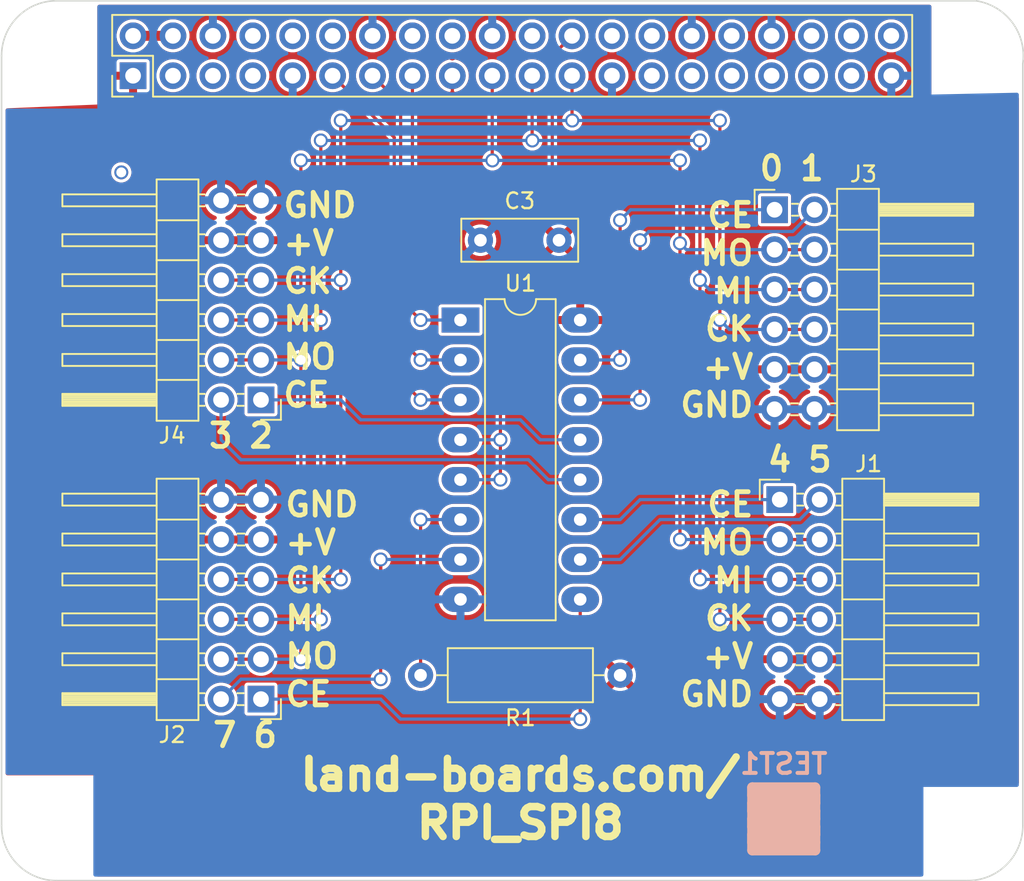
<source format=kicad_pcb>
(kicad_pcb (version 20171130) (host pcbnew "(5.1.5)-3")
  (title_block (title RPI-SPI8) (date 2021-06-18) (rev 2) (company land-boards.com))
  (layers (0 F.Cu signal) (31 B.Cu signal) (36 B.SilkS user) (37 F.SilkS user) (38 B.Mask user) (39 F.Mask user) (44 Edge.Cuts user))
  (net 0 "")
  (net 1 GND)
  (net 2 +5V)
  (net 3 +3V3)
  (net 4 /SPICE0)
  (net 5 /SPISCK)
  (net 6 /SPIMISO)
  (net 7 /SPIMOSI)
  (net 8 /IO_22)
  (net 9 /IO_27)
  (net 10 /IO_17)
  (net 11 /SPICE0G)
  (net 12 /SPICE0F)
  (net 13 /SPICE0E)
  (net 14 /SPICE0D)
  (net 15 /SPICE0C)
  (net 16 /SPICE0B)
  (net 17 /SPICE0H)
  (net 18 /SPICE0A)
  (net 19 "Net-(R1-Pad2)")
  (module Connector_PinHeader_2.54mm:PinHeader_2x06_P2.54mm_Horizontal (layer F.Cu) (at 16.51 44.45 180)
    (fp_text reference J2 (at 5.655 -2.27) (layer F.SilkS))
    (fp_text value Conn_02x06_Odd_Even)
    (fp_line (start -1.27 -1.27) (end 0 -1.27) (layer F.SilkS) (width 0.12))
    (fp_line (start -1.27 0) (end -1.27 -1.27) (layer F.SilkS) (width 0.12))
    (fp_line (start 1.042929 13.08) (end 1.497071 13.08) (layer F.SilkS) (width 0.12))
    (fp_line (start 1.042929 12.32) (end 1.497071 12.32) (layer F.SilkS) (width 0.12))
    (fp_line (start 3.582929 13.08) (end 3.98 13.08) (layer F.SilkS) (width 0.12))
    (fp_line (start 3.582929 12.32) (end 3.98 12.32) (layer F.SilkS) (width 0.12))
    (fp_line (start 12.64 13.08) (end 6.64 13.08) (layer F.SilkS) (width 0.12))
    (fp_line (start 12.64 12.32) (end 12.64 13.08) (layer F.SilkS) (width 0.12))
    (fp_line (start 6.64 12.32) (end 12.64 12.32) (layer F.SilkS) (width 0.12))
    (fp_line (start 3.98 11.43) (end 6.64 11.43) (layer F.SilkS) (width 0.12))
    (fp_line (start 1.042929 10.54) (end 1.497071 10.54) (layer F.SilkS) (width 0.12))
    (fp_line (start 1.042929 9.78) (end 1.497071 9.78) (layer F.SilkS) (width 0.12))
    (fp_line (start 3.582929 10.54) (end 3.98 10.54) (layer F.SilkS) (width 0.12))
    (fp_line (start 3.582929 9.78) (end 3.98 9.78) (layer F.SilkS) (width 0.12))
    (fp_line (start 12.64 10.54) (end 6.64 10.54) (layer F.SilkS) (width 0.12))
    (fp_line (start 12.64 9.78) (end 12.64 10.54) (layer F.SilkS) (width 0.12))
    (fp_line (start 6.64 9.78) (end 12.64 9.78) (layer F.SilkS) (width 0.12))
    (fp_line (start 3.98 8.89) (end 6.64 8.89) (layer F.SilkS) (width 0.12))
    (fp_line (start 1.042929 8) (end 1.497071 8) (layer F.SilkS) (width 0.12))
    (fp_line (start 1.042929 7.24) (end 1.497071 7.24) (layer F.SilkS) (width 0.12))
    (fp_line (start 3.582929 8) (end 3.98 8) (layer F.SilkS) (width 0.12))
    (fp_line (start 3.582929 7.24) (end 3.98 7.24) (layer F.SilkS) (width 0.12))
    (fp_line (start 12.64 8) (end 6.64 8) (layer F.SilkS) (width 0.12))
    (fp_line (start 12.64 7.24) (end 12.64 8) (layer F.SilkS) (width 0.12))
    (fp_line (start 6.64 7.24) (end 12.64 7.24) (layer F.SilkS) (width 0.12))
    (fp_line (start 3.98 6.35) (end 6.64 6.35) (layer F.SilkS) (width 0.12))
    (fp_line (start 1.042929 5.46) (end 1.497071 5.46) (layer F.SilkS) (width 0.12))
    (fp_line (start 1.042929 4.7) (end 1.497071 4.7) (layer F.SilkS) (width 0.12))
    (fp_line (start 3.582929 5.46) (end 3.98 5.46) (layer F.SilkS) (width 0.12))
    (fp_line (start 3.582929 4.7) (end 3.98 4.7) (layer F.SilkS) (width 0.12))
    (fp_line (start 12.64 5.46) (end 6.64 5.46) (layer F.SilkS) (width 0.12))
    (fp_line (start 12.64 4.7) (end 12.64 5.46) (layer F.SilkS) (width 0.12))
    (fp_line (start 6.64 4.7) (end 12.64 4.7) (layer F.SilkS) (width 0.12))
    (fp_line (start 3.98 3.81) (end 6.64 3.81) (layer F.SilkS) (width 0.12))
    (fp_line (start 1.042929 2.92) (end 1.497071 2.92) (layer F.SilkS) (width 0.12))
    (fp_line (start 1.042929 2.16) (end 1.497071 2.16) (layer F.SilkS) (width 0.12))
    (fp_line (start 3.582929 2.92) (end 3.98 2.92) (layer F.SilkS) (width 0.12))
    (fp_line (start 3.582929 2.16) (end 3.98 2.16) (layer F.SilkS) (width 0.12))
    (fp_line (start 12.64 2.92) (end 6.64 2.92) (layer F.SilkS) (width 0.12))
    (fp_line (start 12.64 2.16) (end 12.64 2.92) (layer F.SilkS) (width 0.12))
    (fp_line (start 6.64 2.16) (end 12.64 2.16) (layer F.SilkS) (width 0.12))
    (fp_line (start 3.98 1.27) (end 6.64 1.27) (layer F.SilkS) (width 0.12))
    (fp_line (start 1.11 0.38) (end 1.497071 0.38) (layer F.SilkS) (width 0.12))
    (fp_line (start 1.11 -0.38) (end 1.497071 -0.38) (layer F.SilkS) (width 0.12))
    (fp_line (start 3.582929 0.38) (end 3.98 0.38) (layer F.SilkS) (width 0.12))
    (fp_line (start 3.582929 -0.38) (end 3.98 -0.38) (layer F.SilkS) (width 0.12))
    (fp_line (start 6.64 0.28) (end 12.64 0.28) (layer F.SilkS) (width 0.12))
    (fp_line (start 6.64 0.16) (end 12.64 0.16) (layer F.SilkS) (width 0.12))
    (fp_line (start 6.64 0.04) (end 12.64 0.04) (layer F.SilkS) (width 0.12))
    (fp_line (start 6.64 -0.08) (end 12.64 -0.08) (layer F.SilkS) (width 0.12))
    (fp_line (start 6.64 -0.2) (end 12.64 -0.2) (layer F.SilkS) (width 0.12))
    (fp_line (start 6.64 -0.32) (end 12.64 -0.32) (layer F.SilkS) (width 0.12))
    (fp_line (start 12.64 0.38) (end 6.64 0.38) (layer F.SilkS) (width 0.12))
    (fp_line (start 12.64 -0.38) (end 12.64 0.38) (layer F.SilkS) (width 0.12))
    (fp_line (start 6.64 -0.38) (end 12.64 -0.38) (layer F.SilkS) (width 0.12))
    (fp_line (start 6.64 -1.33) (end 3.98 -1.33) (layer F.SilkS) (width 0.12))
    (fp_line (start 6.64 14.03) (end 6.64 -1.33) (layer F.SilkS) (width 0.12))
    (fp_line (start 3.98 14.03) (end 6.64 14.03) (layer F.SilkS) (width 0.12))
    (fp_line (start 3.98 -1.33) (end 3.98 14.03) (layer F.SilkS) (width 0.12))
    (pad 12 thru_hole oval (at 2.54 12.7 180) (size 1.7 1.7) (drill 1) (layers *.Cu *.Mask) (net 1 GND))
    (pad 11 thru_hole oval (at 0 12.7 180) (size 1.7 1.7) (drill 1) (layers *.Cu *.Mask) (net 1 GND))
    (pad 10 thru_hole oval (at 2.54 10.16 180) (size 1.7 1.7) (drill 1) (layers *.Cu *.Mask) (net 3 +3V3))
    (pad 9 thru_hole oval (at 0 10.16 180) (size 1.7 1.7) (drill 1) (layers *.Cu *.Mask) (net 3 +3V3))
    (pad 8 thru_hole oval (at 2.54 7.62 180) (size 1.7 1.7) (drill 1) (layers *.Cu *.Mask) (net 5 /SPISCK))
    (pad 7 thru_hole oval (at 0 7.62 180) (size 1.7 1.7) (drill 1) (layers *.Cu *.Mask) (net 5 /SPISCK))
    (pad 6 thru_hole oval (at 2.54 5.08 180) (size 1.7 1.7) (drill 1) (layers *.Cu *.Mask) (net 6 /SPIMISO))
    (pad 5 thru_hole oval (at 0 5.08 180) (size 1.7 1.7) (drill 1) (layers *.Cu *.Mask) (net 6 /SPIMISO))
    (pad 4 thru_hole oval (at 2.54 2.54 180) (size 1.7 1.7) (drill 1) (layers *.Cu *.Mask) (net 7 /SPIMOSI))
    (pad 3 thru_hole oval (at 0 2.54 180) (size 1.7 1.7) (drill 1) (layers *.Cu *.Mask) (net 7 /SPIMOSI))
    (pad 2 thru_hole oval (at 2.54 0 180) (size 1.7 1.7) (drill 1) (layers *.Cu *.Mask) (net 17 /SPICE0H))
    (pad 1 thru_hole rect (at 0 0 180) (size 1.7 1.7) (drill 1) (layers *.Cu *.Mask) (net 11 /SPICE0G))
  )
  (module Connector_PinHeader_2.54mm:PinHeader_2x20_P2.54mm_Vertical (layer F.Cu) (at 8.37 4.77 90)
    (fp_text reference H1 hide)
    (fp_text value RASPIOPLUS)
    (fp_line (start -1.33 -1.33) (end 0 -1.33) (layer F.SilkS) (width 0.12))
    (fp_line (start -1.33 0) (end -1.33 -1.33) (layer F.SilkS) (width 0.12))
    (fp_line (start 1.27 -1.33) (end 3.87 -1.33) (layer F.SilkS) (width 0.12))
    (fp_line (start 1.27 1.27) (end 1.27 -1.33) (layer F.SilkS) (width 0.12))
    (fp_line (start -1.33 1.27) (end 1.27 1.27) (layer F.SilkS) (width 0.12))
    (fp_line (start 3.87 -1.33) (end 3.87 49.59) (layer F.SilkS) (width 0.12))
    (fp_line (start -1.33 1.27) (end -1.33 49.59) (layer F.SilkS) (width 0.12))
    (fp_line (start -1.33 49.59) (end 3.87 49.59) (layer F.SilkS) (width 0.12))
    (pad 40 thru_hole oval (at 2.54 48.26 90) (size 1.7 1.7) (drill 1) (layers *.Cu *.Mask))
    (pad 39 thru_hole oval (at 0 48.26 90) (size 1.7 1.7) (drill 1) (layers *.Cu *.Mask) (net 1 GND))
    (pad 38 thru_hole oval (at 2.54 45.72 90) (size 1.7 1.7) (drill 1) (layers *.Cu *.Mask))
    (pad 37 thru_hole oval (at 0 45.72 90) (size 1.7 1.7) (drill 1) (layers *.Cu *.Mask))
    (pad 36 thru_hole oval (at 2.54 43.18 90) (size 1.7 1.7) (drill 1) (layers *.Cu *.Mask))
    (pad 35 thru_hole oval (at 0 43.18 90) (size 1.7 1.7) (drill 1) (layers *.Cu *.Mask))
    (pad 34 thru_hole oval (at 2.54 40.64 90) (size 1.7 1.7) (drill 1) (layers *.Cu *.Mask) (net 1 GND))
    (pad 33 thru_hole oval (at 0 40.64 90) (size 1.7 1.7) (drill 1) (layers *.Cu *.Mask))
    (pad 32 thru_hole oval (at 2.54 38.1 90) (size 1.7 1.7) (drill 1) (layers *.Cu *.Mask))
    (pad 31 thru_hole oval (at 0 38.1 90) (size 1.7 1.7) (drill 1) (layers *.Cu *.Mask))
    (pad 30 thru_hole oval (at 2.54 35.56 90) (size 1.7 1.7) (drill 1) (layers *.Cu *.Mask) (net 1 GND))
    (pad 29 thru_hole oval (at 0 35.56 90) (size 1.7 1.7) (drill 1) (layers *.Cu *.Mask))
    (pad 28 thru_hole oval (at 2.54 33.02 90) (size 1.7 1.7) (drill 1) (layers *.Cu *.Mask))
    (pad 27 thru_hole oval (at 0 33.02 90) (size 1.7 1.7) (drill 1) (layers *.Cu *.Mask))
    (pad 26 thru_hole oval (at 2.54 30.48 90) (size 1.7 1.7) (drill 1) (layers *.Cu *.Mask))
    (pad 25 thru_hole oval (at 0 30.48 90) (size 1.7 1.7) (drill 1) (layers *.Cu *.Mask) (net 1 GND))
    (pad 24 thru_hole oval (at 2.54 27.94 90) (size 1.7 1.7) (drill 1) (layers *.Cu *.Mask) (net 4 /SPICE0))
    (pad 23 thru_hole oval (at 0 27.94 90) (size 1.7 1.7) (drill 1) (layers *.Cu *.Mask) (net 5 /SPISCK))
    (pad 22 thru_hole oval (at 2.54 25.4 90) (size 1.7 1.7) (drill 1) (layers *.Cu *.Mask))
    (pad 21 thru_hole oval (at 0 25.4 90) (size 1.7 1.7) (drill 1) (layers *.Cu *.Mask) (net 6 /SPIMISO))
    (pad 20 thru_hole oval (at 2.54 22.86 90) (size 1.7 1.7) (drill 1) (layers *.Cu *.Mask) (net 1 GND))
    (pad 19 thru_hole oval (at 0 22.86 90) (size 1.7 1.7) (drill 1) (layers *.Cu *.Mask) (net 7 /SPIMOSI))
    (pad 18 thru_hole oval (at 2.54 20.32 90) (size 1.7 1.7) (drill 1) (layers *.Cu *.Mask))
    (pad 17 thru_hole oval (at 0 20.32 90) (size 1.7 1.7) (drill 1) (layers *.Cu *.Mask) (net 3 +3V3) (thermal_gap 0.2032))
    (pad 16 thru_hole oval (at 2.54 17.78 90) (size 1.7 1.7) (drill 1) (layers *.Cu *.Mask))
    (pad 15 thru_hole oval (at 0 17.78 90) (size 1.7 1.7) (drill 1) (layers *.Cu *.Mask) (net 8 /IO_22))
    (pad 14 thru_hole oval (at 2.54 15.24 90) (size 1.7 1.7) (drill 1) (layers *.Cu *.Mask) (net 1 GND))
    (pad 13 thru_hole oval (at 0 15.24 90) (size 1.7 1.7) (drill 1) (layers *.Cu *.Mask) (net 9 /IO_27))
    (pad 12 thru_hole oval (at 2.54 12.7 90) (size 1.7 1.7) (drill 1) (layers *.Cu *.Mask))
    (pad 11 thru_hole oval (at 0 12.7 90) (size 1.7 1.7) (drill 1) (layers *.Cu *.Mask) (net 10 /IO_17))
    (pad 10 thru_hole oval (at 2.54 10.16 90) (size 1.7 1.7) (drill 1) (layers *.Cu *.Mask))
    (pad 9 thru_hole oval (at 0 10.16 90) (size 1.7 1.7) (drill 1) (layers *.Cu *.Mask) (net 1 GND))
    (pad 8 thru_hole oval (at 2.54 7.62 90) (size 1.7 1.7) (drill 1) (layers *.Cu *.Mask))
    (pad 7 thru_hole oval (at 0 7.62 90) (size 1.7 1.7) (drill 1) (layers *.Cu *.Mask))
    (pad 6 thru_hole oval (at 2.54 5.08 90) (size 1.7 1.7) (drill 1) (layers *.Cu *.Mask) (net 1 GND))
    (pad 5 thru_hole oval (at 0 5.08 90) (size 1.7 1.7) (drill 1) (layers *.Cu *.Mask))
    (pad 4 thru_hole oval (at 2.54 2.54 90) (size 1.7 1.7) (drill 1) (layers *.Cu *.Mask) (net 2 +5V))
    (pad 3 thru_hole oval (at 0 2.54 90) (size 1.7 1.7) (drill 1) (layers *.Cu *.Mask))
    (pad 2 thru_hole oval (at 2.54 0 90) (size 1.7 1.7) (drill 1) (layers *.Cu *.Mask) (net 2 +5V))
    (pad 1 thru_hole rect (at 0 0 90) (size 1.7 1.7) (drill 1) (layers *.Cu *.Mask) (net 3 +3V3))
  )
  (module MountingHole:MountingHole_2.7mm (layer F.Cu) (at 3.5 3.5)
    (fp_text reference MTG1 hide)
    (fp_text value CONN_1)
    (pad 1 np_thru_hole circle (at 0 0) (size 2.7 2.7) (drill 2.7) (layers *.Cu *.Mask))
  )
  (module MountingHole:MountingHole_2.7mm (layer F.Cu) (at 61.5 3.5)
    (fp_text reference MTG2 hide)
    (fp_text value CONN_1)
    (pad 1 np_thru_hole circle (at 0 0) (size 2.7 2.7) (drill 2.7) (layers *.Cu *.Mask))
  )
  (module MountingHole:MountingHole_2.7mm (layer F.Cu) (at 3.5 52.5)
    (fp_text reference MTG3 hide)
    (fp_text value CONN_1)
    (pad 1 np_thru_hole circle (at 0 0) (size 2.7 2.7) (drill 2.7) (layers *.Cu *.Mask))
  )
  (module MountingHole:MountingHole_2.7mm (layer F.Cu) (at 61.5 52.5)
    (fp_text reference MTG4 hide)
    (fp_text value CONN_1)
    (pad 1 np_thru_hole circle (at 0 0) (size 2.7 2.7) (drill 2.7) (layers *.Cu *.Mask))
  )
  (module LandBoards_Marking:TEST_BLK-REAR (layer F.Cu) (at 49.784 52.07)
    (fp_text reference TEST1 (at 0 -3.5) (layer B.SilkS) (effects (font (size 1.27 1.27) (thickness 0.254)) (justify mirror)))
    (fp_text value COUPON hide)
    (fp_line (start -2 -2) (end 2 -2) (layer B.SilkS) (width 0.65))
    (fp_line (start 2 -2) (end 2 2) (layer B.SilkS) (width 0.65))
    (fp_line (start 2 2) (end -2 2) (layer B.SilkS) (width 0.65))
    (fp_line (start -2 2) (end -2 -2) (layer B.SilkS) (width 0.65))
    (fp_line (start -2 -2) (end -2 -1.5) (layer B.SilkS) (width 0.65))
    (fp_line (start -2 -1.5) (end 2 -1.5) (layer B.SilkS) (width 0.65))
    (fp_line (start 2 -1.5) (end 2 -1) (layer B.SilkS) (width 0.65))
    (fp_line (start 2 -1) (end -2 -1) (layer B.SilkS) (width 0.65))
    (fp_line (start -2 -1) (end -2 -0.5) (layer B.SilkS) (width 0.65))
    (fp_line (start -2 -0.5) (end 2 -0.5) (layer B.SilkS) (width 0.65))
    (fp_line (start 2 -0.5) (end 2 0) (layer B.SilkS) (width 0.65))
    (fp_line (start 2 0) (end -2 0) (layer B.SilkS) (width 0.65))
    (fp_line (start -2 0) (end -2 0.5) (layer B.SilkS) (width 0.65))
    (fp_line (start -2 0.5) (end 1.5 0.5) (layer B.SilkS) (width 0.65))
    (fp_line (start 1.5 0.5) (end 2 0.5) (layer B.SilkS) (width 0.65))
    (fp_line (start 2 0.5) (end 2 1) (layer B.SilkS) (width 0.65))
    (fp_line (start 2 1) (end -2 1) (layer B.SilkS) (width 0.65))
    (fp_line (start -2 1) (end -2 1.5) (layer B.SilkS) (width 0.65))
    (fp_line (start -2 1.5) (end 2 1.5) (layer B.SilkS) (width 0.65))
  )
  (module Connector_PinHeader_2.54mm:PinHeader_2x06_P2.54mm_Horizontal (layer F.Cu) (at 49.53 31.75)
    (fp_text reference J1 (at 5.655 -2.27) (layer F.SilkS))
    (fp_text value Conn_02x06_Odd_Even)
    (fp_line (start 3.98 -1.33) (end 3.98 14.03) (layer F.SilkS) (width 0.12))
    (fp_line (start 3.98 14.03) (end 6.64 14.03) (layer F.SilkS) (width 0.12))
    (fp_line (start 6.64 14.03) (end 6.64 -1.33) (layer F.SilkS) (width 0.12))
    (fp_line (start 6.64 -1.33) (end 3.98 -1.33) (layer F.SilkS) (width 0.12))
    (fp_line (start 6.64 -0.38) (end 12.64 -0.38) (layer F.SilkS) (width 0.12))
    (fp_line (start 12.64 -0.38) (end 12.64 0.38) (layer F.SilkS) (width 0.12))
    (fp_line (start 12.64 0.38) (end 6.64 0.38) (layer F.SilkS) (width 0.12))
    (fp_line (start 6.64 -0.32) (end 12.64 -0.32) (layer F.SilkS) (width 0.12))
    (fp_line (start 6.64 -0.2) (end 12.64 -0.2) (layer F.SilkS) (width 0.12))
    (fp_line (start 6.64 -0.08) (end 12.64 -0.08) (layer F.SilkS) (width 0.12))
    (fp_line (start 6.64 0.04) (end 12.64 0.04) (layer F.SilkS) (width 0.12))
    (fp_line (start 6.64 0.16) (end 12.64 0.16) (layer F.SilkS) (width 0.12))
    (fp_line (start 6.64 0.28) (end 12.64 0.28) (layer F.SilkS) (width 0.12))
    (fp_line (start 3.582929 -0.38) (end 3.98 -0.38) (layer F.SilkS) (width 0.12))
    (fp_line (start 3.582929 0.38) (end 3.98 0.38) (layer F.SilkS) (width 0.12))
    (fp_line (start 1.11 -0.38) (end 1.497071 -0.38) (layer F.SilkS) (width 0.12))
    (fp_line (start 1.11 0.38) (end 1.497071 0.38) (layer F.SilkS) (width 0.12))
    (fp_line (start 3.98 1.27) (end 6.64 1.27) (layer F.SilkS) (width 0.12))
    (fp_line (start 6.64 2.16) (end 12.64 2.16) (layer F.SilkS) (width 0.12))
    (fp_line (start 12.64 2.16) (end 12.64 2.92) (layer F.SilkS) (width 0.12))
    (fp_line (start 12.64 2.92) (end 6.64 2.92) (layer F.SilkS) (width 0.12))
    (fp_line (start 3.582929 2.16) (end 3.98 2.16) (layer F.SilkS) (width 0.12))
    (fp_line (start 3.582929 2.92) (end 3.98 2.92) (layer F.SilkS) (width 0.12))
    (fp_line (start 1.042929 2.16) (end 1.497071 2.16) (layer F.SilkS) (width 0.12))
    (fp_line (start 1.042929 2.92) (end 1.497071 2.92) (layer F.SilkS) (width 0.12))
    (fp_line (start 3.98 3.81) (end 6.64 3.81) (layer F.SilkS) (width 0.12))
    (fp_line (start 6.64 4.7) (end 12.64 4.7) (layer F.SilkS) (width 0.12))
    (fp_line (start 12.64 4.7) (end 12.64 5.46) (layer F.SilkS) (width 0.12))
    (fp_line (start 12.64 5.46) (end 6.64 5.46) (layer F.SilkS) (width 0.12))
    (fp_line (start 3.582929 4.7) (end 3.98 4.7) (layer F.SilkS) (width 0.12))
    (fp_line (start 3.582929 5.46) (end 3.98 5.46) (layer F.SilkS) (width 0.12))
    (fp_line (start 1.042929 4.7) (end 1.497071 4.7) (layer F.SilkS) (width 0.12))
    (fp_line (start 1.042929 5.46) (end 1.497071 5.46) (layer F.SilkS) (width 0.12))
    (fp_line (start 3.98 6.35) (end 6.64 6.35) (layer F.SilkS) (width 0.12))
    (fp_line (start 6.64 7.24) (end 12.64 7.24) (layer F.SilkS) (width 0.12))
    (fp_line (start 12.64 7.24) (end 12.64 8) (layer F.SilkS) (width 0.12))
    (fp_line (start 12.64 8) (end 6.64 8) (layer F.SilkS) (width 0.12))
    (fp_line (start 3.582929 7.24) (end 3.98 7.24) (layer F.SilkS) (width 0.12))
    (fp_line (start 3.582929 8) (end 3.98 8) (layer F.SilkS) (width 0.12))
    (fp_line (start 1.042929 7.24) (end 1.497071 7.24) (layer F.SilkS) (width 0.12))
    (fp_line (start 1.042929 8) (end 1.497071 8) (layer F.SilkS) (width 0.12))
    (fp_line (start 3.98 8.89) (end 6.64 8.89) (layer F.SilkS) (width 0.12))
    (fp_line (start 6.64 9.78) (end 12.64 9.78) (layer F.SilkS) (width 0.12))
    (fp_line (start 12.64 9.78) (end 12.64 10.54) (layer F.SilkS) (width 0.12))
    (fp_line (start 12.64 10.54) (end 6.64 10.54) (layer F.SilkS) (width 0.12))
    (fp_line (start 3.582929 9.78) (end 3.98 9.78) (layer F.SilkS) (width 0.12))
    (fp_line (start 3.582929 10.54) (end 3.98 10.54) (layer F.SilkS) (width 0.12))
    (fp_line (start 1.042929 9.78) (end 1.497071 9.78) (layer F.SilkS) (width 0.12))
    (fp_line (start 1.042929 10.54) (end 1.497071 10.54) (layer F.SilkS) (width 0.12))
    (fp_line (start 3.98 11.43) (end 6.64 11.43) (layer F.SilkS) (width 0.12))
    (fp_line (start 6.64 12.32) (end 12.64 12.32) (layer F.SilkS) (width 0.12))
    (fp_line (start 12.64 12.32) (end 12.64 13.08) (layer F.SilkS) (width 0.12))
    (fp_line (start 12.64 13.08) (end 6.64 13.08) (layer F.SilkS) (width 0.12))
    (fp_line (start 3.582929 12.32) (end 3.98 12.32) (layer F.SilkS) (width 0.12))
    (fp_line (start 3.582929 13.08) (end 3.98 13.08) (layer F.SilkS) (width 0.12))
    (fp_line (start 1.042929 12.32) (end 1.497071 12.32) (layer F.SilkS) (width 0.12))
    (fp_line (start 1.042929 13.08) (end 1.497071 13.08) (layer F.SilkS) (width 0.12))
    (fp_line (start -1.27 0) (end -1.27 -1.27) (layer F.SilkS) (width 0.12))
    (fp_line (start -1.27 -1.27) (end 0 -1.27) (layer F.SilkS) (width 0.12))
    (pad 1 thru_hole rect (at 0 0) (size 1.7 1.7) (drill 1) (layers *.Cu *.Mask) (net 13 /SPICE0E))
    (pad 2 thru_hole oval (at 2.54 0) (size 1.7 1.7) (drill 1) (layers *.Cu *.Mask) (net 12 /SPICE0F))
    (pad 3 thru_hole oval (at 0 2.54) (size 1.7 1.7) (drill 1) (layers *.Cu *.Mask) (net 7 /SPIMOSI))
    (pad 4 thru_hole oval (at 2.54 2.54) (size 1.7 1.7) (drill 1) (layers *.Cu *.Mask) (net 7 /SPIMOSI))
    (pad 5 thru_hole oval (at 0 5.08) (size 1.7 1.7) (drill 1) (layers *.Cu *.Mask) (net 6 /SPIMISO))
    (pad 6 thru_hole oval (at 2.54 5.08) (size 1.7 1.7) (drill 1) (layers *.Cu *.Mask) (net 6 /SPIMISO))
    (pad 7 thru_hole oval (at 0 7.62) (size 1.7 1.7) (drill 1) (layers *.Cu *.Mask) (net 5 /SPISCK))
    (pad 8 thru_hole oval (at 2.54 7.62) (size 1.7 1.7) (drill 1) (layers *.Cu *.Mask) (net 5 /SPISCK))
    (pad 9 thru_hole oval (at 0 10.16) (size 1.7 1.7) (drill 1) (layers *.Cu *.Mask) (net 3 +3V3))
    (pad 10 thru_hole oval (at 2.54 10.16) (size 1.7 1.7) (drill 1) (layers *.Cu *.Mask) (net 3 +3V3))
    (pad 11 thru_hole oval (at 0 12.7) (size 1.7 1.7) (drill 1) (layers *.Cu *.Mask) (net 1 GND))
    (pad 12 thru_hole oval (at 2.54 12.7) (size 1.7 1.7) (drill 1) (layers *.Cu *.Mask) (net 1 GND))
  )
  (module Connector_PinHeader_2.54mm:PinHeader_2x06_P2.54mm_Horizontal (layer F.Cu) (at 49.2 13.3)
    (fp_text reference J3 (at 5.655 -2.27) (layer F.SilkS))
    (fp_text value Conn_02x06_Odd_Even)
    (fp_line (start 3.98 -1.33) (end 3.98 14.03) (layer F.SilkS) (width 0.12))
    (fp_line (start 3.98 14.03) (end 6.64 14.03) (layer F.SilkS) (width 0.12))
    (fp_line (start 6.64 14.03) (end 6.64 -1.33) (layer F.SilkS) (width 0.12))
    (fp_line (start 6.64 -1.33) (end 3.98 -1.33) (layer F.SilkS) (width 0.12))
    (fp_line (start 6.64 -0.38) (end 12.64 -0.38) (layer F.SilkS) (width 0.12))
    (fp_line (start 12.64 -0.38) (end 12.64 0.38) (layer F.SilkS) (width 0.12))
    (fp_line (start 12.64 0.38) (end 6.64 0.38) (layer F.SilkS) (width 0.12))
    (fp_line (start 6.64 -0.32) (end 12.64 -0.32) (layer F.SilkS) (width 0.12))
    (fp_line (start 6.64 -0.2) (end 12.64 -0.2) (layer F.SilkS) (width 0.12))
    (fp_line (start 6.64 -0.08) (end 12.64 -0.08) (layer F.SilkS) (width 0.12))
    (fp_line (start 6.64 0.04) (end 12.64 0.04) (layer F.SilkS) (width 0.12))
    (fp_line (start 6.64 0.16) (end 12.64 0.16) (layer F.SilkS) (width 0.12))
    (fp_line (start 6.64 0.28) (end 12.64 0.28) (layer F.SilkS) (width 0.12))
    (fp_line (start 3.582929 -0.38) (end 3.98 -0.38) (layer F.SilkS) (width 0.12))
    (fp_line (start 3.582929 0.38) (end 3.98 0.38) (layer F.SilkS) (width 0.12))
    (fp_line (start 1.11 -0.38) (end 1.497071 -0.38) (layer F.SilkS) (width 0.12))
    (fp_line (start 1.11 0.38) (end 1.497071 0.38) (layer F.SilkS) (width 0.12))
    (fp_line (start 3.98 1.27) (end 6.64 1.27) (layer F.SilkS) (width 0.12))
    (fp_line (start 6.64 2.16) (end 12.64 2.16) (layer F.SilkS) (width 0.12))
    (fp_line (start 12.64 2.16) (end 12.64 2.92) (layer F.SilkS) (width 0.12))
    (fp_line (start 12.64 2.92) (end 6.64 2.92) (layer F.SilkS) (width 0.12))
    (fp_line (start 3.582929 2.16) (end 3.98 2.16) (layer F.SilkS) (width 0.12))
    (fp_line (start 3.582929 2.92) (end 3.98 2.92) (layer F.SilkS) (width 0.12))
    (fp_line (start 1.042929 2.16) (end 1.497071 2.16) (layer F.SilkS) (width 0.12))
    (fp_line (start 1.042929 2.92) (end 1.497071 2.92) (layer F.SilkS) (width 0.12))
    (fp_line (start 3.98 3.81) (end 6.64 3.81) (layer F.SilkS) (width 0.12))
    (fp_line (start 6.64 4.7) (end 12.64 4.7) (layer F.SilkS) (width 0.12))
    (fp_line (start 12.64 4.7) (end 12.64 5.46) (layer F.SilkS) (width 0.12))
    (fp_line (start 12.64 5.46) (end 6.64 5.46) (layer F.SilkS) (width 0.12))
    (fp_line (start 3.582929 4.7) (end 3.98 4.7) (layer F.SilkS) (width 0.12))
    (fp_line (start 3.582929 5.46) (end 3.98 5.46) (layer F.SilkS) (width 0.12))
    (fp_line (start 1.042929 4.7) (end 1.497071 4.7) (layer F.SilkS) (width 0.12))
    (fp_line (start 1.042929 5.46) (end 1.497071 5.46) (layer F.SilkS) (width 0.12))
    (fp_line (start 3.98 6.35) (end 6.64 6.35) (layer F.SilkS) (width 0.12))
    (fp_line (start 6.64 7.24) (end 12.64 7.24) (layer F.SilkS) (width 0.12))
    (fp_line (start 12.64 7.24) (end 12.64 8) (layer F.SilkS) (width 0.12))
    (fp_line (start 12.64 8) (end 6.64 8) (layer F.SilkS) (width 0.12))
    (fp_line (start 3.582929 7.24) (end 3.98 7.24) (layer F.SilkS) (width 0.12))
    (fp_line (start 3.582929 8) (end 3.98 8) (layer F.SilkS) (width 0.12))
    (fp_line (start 1.042929 7.24) (end 1.497071 7.24) (layer F.SilkS) (width 0.12))
    (fp_line (start 1.042929 8) (end 1.497071 8) (layer F.SilkS) (width 0.12))
    (fp_line (start 3.98 8.89) (end 6.64 8.89) (layer F.SilkS) (width 0.12))
    (fp_line (start 6.64 9.78) (end 12.64 9.78) (layer F.SilkS) (width 0.12))
    (fp_line (start 12.64 9.78) (end 12.64 10.54) (layer F.SilkS) (width 0.12))
    (fp_line (start 12.64 10.54) (end 6.64 10.54) (layer F.SilkS) (width 0.12))
    (fp_line (start 3.582929 9.78) (end 3.98 9.78) (layer F.SilkS) (width 0.12))
    (fp_line (start 3.582929 10.54) (end 3.98 10.54) (layer F.SilkS) (width 0.12))
    (fp_line (start 1.042929 9.78) (end 1.497071 9.78) (layer F.SilkS) (width 0.12))
    (fp_line (start 1.042929 10.54) (end 1.497071 10.54) (layer F.SilkS) (width 0.12))
    (fp_line (start 3.98 11.43) (end 6.64 11.43) (layer F.SilkS) (width 0.12))
    (fp_line (start 6.64 12.32) (end 12.64 12.32) (layer F.SilkS) (width 0.12))
    (fp_line (start 12.64 12.32) (end 12.64 13.08) (layer F.SilkS) (width 0.12))
    (fp_line (start 12.64 13.08) (end 6.64 13.08) (layer F.SilkS) (width 0.12))
    (fp_line (start 3.582929 12.32) (end 3.98 12.32) (layer F.SilkS) (width 0.12))
    (fp_line (start 3.582929 13.08) (end 3.98 13.08) (layer F.SilkS) (width 0.12))
    (fp_line (start 1.042929 12.32) (end 1.497071 12.32) (layer F.SilkS) (width 0.12))
    (fp_line (start 1.042929 13.08) (end 1.497071 13.08) (layer F.SilkS) (width 0.12))
    (fp_line (start -1.27 0) (end -1.27 -1.27) (layer F.SilkS) (width 0.12))
    (fp_line (start -1.27 -1.27) (end 0 -1.27) (layer F.SilkS) (width 0.12))
    (pad 1 thru_hole rect (at 0 0) (size 1.7 1.7) (drill 1) (layers *.Cu *.Mask) (net 18 /SPICE0A))
    (pad 2 thru_hole oval (at 2.54 0) (size 1.7 1.7) (drill 1) (layers *.Cu *.Mask) (net 16 /SPICE0B))
    (pad 3 thru_hole oval (at 0 2.54) (size 1.7 1.7) (drill 1) (layers *.Cu *.Mask) (net 7 /SPIMOSI))
    (pad 4 thru_hole oval (at 2.54 2.54) (size 1.7 1.7) (drill 1) (layers *.Cu *.Mask) (net 7 /SPIMOSI))
    (pad 5 thru_hole oval (at 0 5.08) (size 1.7 1.7) (drill 1) (layers *.Cu *.Mask) (net 6 /SPIMISO))
    (pad 6 thru_hole oval (at 2.54 5.08) (size 1.7 1.7) (drill 1) (layers *.Cu *.Mask) (net 6 /SPIMISO))
    (pad 7 thru_hole oval (at 0 7.62) (size 1.7 1.7) (drill 1) (layers *.Cu *.Mask) (net 5 /SPISCK))
    (pad 8 thru_hole oval (at 2.54 7.62) (size 1.7 1.7) (drill 1) (layers *.Cu *.Mask) (net 5 /SPISCK))
    (pad 9 thru_hole oval (at 0 10.16) (size 1.7 1.7) (drill 1) (layers *.Cu *.Mask) (net 3 +3V3))
    (pad 10 thru_hole oval (at 2.54 10.16) (size 1.7 1.7) (drill 1) (layers *.Cu *.Mask) (net 3 +3V3))
    (pad 11 thru_hole oval (at 0 12.7) (size 1.7 1.7) (drill 1) (layers *.Cu *.Mask) (net 1 GND))
    (pad 12 thru_hole oval (at 2.54 12.7) (size 1.7 1.7) (drill 1) (layers *.Cu *.Mask) (net 1 GND))
  )
  (module Package_DIP:DIP-16_W7.62mm_LongPads (layer F.Cu) (at 29.21 20.32)
    (fp_text reference U1 (at 3.81 -2.33) (layer F.SilkS))
    (fp_text value 74LS138)
    (fp_arc (start 3.81 -1.33) (end 2.81 -1.33) (angle -180) (layer F.SilkS) (width 0.12))
    (fp_line (start 2.81 -1.33) (end 1.56 -1.33) (layer F.SilkS) (width 0.12))
    (fp_line (start 1.56 -1.33) (end 1.56 19.11) (layer F.SilkS) (width 0.12))
    (fp_line (start 1.56 19.11) (end 6.06 19.11) (layer F.SilkS) (width 0.12))
    (fp_line (start 6.06 19.11) (end 6.06 -1.33) (layer F.SilkS) (width 0.12))
    (fp_line (start 6.06 -1.33) (end 4.81 -1.33) (layer F.SilkS) (width 0.12))
    (pad 1 thru_hole rect (at 0 0) (size 2.4 1.6) (drill 0.8) (layers *.Cu *.Mask) (net 8 /IO_22))
    (pad 9 thru_hole oval (at 7.62 17.78) (size 2.4 1.6) (drill 0.8) (layers *.Cu *.Mask) (net 11 /SPICE0G))
    (pad 2 thru_hole oval (at 0 2.54) (size 2.4 1.6) (drill 0.8) (layers *.Cu *.Mask) (net 9 /IO_27))
    (pad 10 thru_hole oval (at 7.62 15.24) (size 2.4 1.6) (drill 0.8) (layers *.Cu *.Mask) (net 12 /SPICE0F))
    (pad 3 thru_hole oval (at 0 5.08) (size 2.4 1.6) (drill 0.8) (layers *.Cu *.Mask) (net 10 /IO_17))
    (pad 11 thru_hole oval (at 7.62 12.7) (size 2.4 1.6) (drill 0.8) (layers *.Cu *.Mask) (net 13 /SPICE0E))
    (pad 4 thru_hole oval (at 0 7.62) (size 2.4 1.6) (drill 0.8) (layers *.Cu *.Mask) (net 4 /SPICE0))
    (pad 12 thru_hole oval (at 7.62 10.16) (size 2.4 1.6) (drill 0.8) (layers *.Cu *.Mask) (net 14 /SPICE0D))
    (pad 5 thru_hole oval (at 0 10.16) (size 2.4 1.6) (drill 0.8) (layers *.Cu *.Mask) (net 4 /SPICE0))
    (pad 13 thru_hole oval (at 7.62 7.62) (size 2.4 1.6) (drill 0.8) (layers *.Cu *.Mask) (net 15 /SPICE0C))
    (pad 6 thru_hole oval (at 0 12.7) (size 2.4 1.6) (drill 0.8) (layers *.Cu *.Mask) (net 19 "Net-(R1-Pad2)"))
    (pad 14 thru_hole oval (at 7.62 5.08) (size 2.4 1.6) (drill 0.8) (layers *.Cu *.Mask) (net 16 /SPICE0B))
    (pad 7 thru_hole oval (at 0 15.24) (size 2.4 1.6) (drill 0.8) (layers *.Cu *.Mask) (net 17 /SPICE0H))
    (pad 15 thru_hole oval (at 7.62 2.54) (size 2.4 1.6) (drill 0.8) (layers *.Cu *.Mask) (net 18 /SPICE0A))
    (pad 8 thru_hole oval (at 0 17.78) (size 2.4 1.6) (drill 0.8) (layers *.Cu *.Mask) (net 1 GND))
    (pad 16 thru_hole oval (at 7.62 0) (size 2.4 1.6) (drill 0.8) (layers *.Cu *.Mask) (net 3 +3V3))
  )
  (module Capacitor_THT:C_Rect_L7.2mm_W2.5mm_P5.00mm_FKS2_FKP2_MKS2_MKP2 (layer F.Cu) (at 30.48 15.24)
    (fp_text reference C3 (at 2.5 -2.5) (layer F.SilkS))
    (fp_text value 0.1uF)
    (fp_line (start -1.22 -1.37) (end 6.22 -1.37) (layer F.SilkS) (width 0.12))
    (fp_line (start -1.22 1.37) (end 6.22 1.37) (layer F.SilkS) (width 0.12))
    (fp_line (start -1.22 -1.37) (end -1.22 1.37) (layer F.SilkS) (width 0.12))
    (fp_line (start 6.22 -1.37) (end 6.22 1.37) (layer F.SilkS) (width 0.12))
    (pad 1 thru_hole circle (at 0 0) (size 1.6 1.6) (drill 0.8) (layers *.Cu *.Mask) (net 1 GND))
    (pad 2 thru_hole circle (at 5 0) (size 1.6 1.6) (drill 0.8) (layers *.Cu *.Mask) (net 3 +3V3))
  )
  (module Resistor_THT:R_Axial_DIN0309_L9.0mm_D3.2mm_P12.70mm_Horizontal (layer F.Cu) (at 39.37 42.926 180)
    (fp_text reference R1 (at 6.35 -2.72) (layer F.SilkS))
    (fp_text value 10K)
    (fp_line (start 1.73 -1.72) (end 1.73 1.72) (layer F.SilkS) (width 0.12))
    (fp_line (start 1.73 1.72) (end 10.97 1.72) (layer F.SilkS) (width 0.12))
    (fp_line (start 10.97 1.72) (end 10.97 -1.72) (layer F.SilkS) (width 0.12))
    (fp_line (start 10.97 -1.72) (end 1.73 -1.72) (layer F.SilkS) (width 0.12))
    (fp_line (start 1.04 0) (end 1.73 0) (layer F.SilkS) (width 0.12))
    (fp_line (start 11.66 0) (end 10.97 0) (layer F.SilkS) (width 0.12))
    (pad 1 thru_hole circle (at 0 0 180) (size 1.6 1.6) (drill 0.8) (layers *.Cu *.Mask) (net 3 +3V3))
    (pad 2 thru_hole oval (at 12.7 0 180) (size 1.6 1.6) (drill 0.8) (layers *.Cu *.Mask) (net 19 "Net-(R1-Pad2)"))
  )
  (module Connector_PinHeader_2.54mm:PinHeader_2x06_P2.54mm_Horizontal (layer F.Cu) (at 16.51 25.4 180)
    (fp_text reference J4 (at 5.655 -2.27) (layer F.SilkS))
    (fp_text value Conn_02x06_Odd_Even)
    (fp_line (start 3.98 -1.33) (end 3.98 14.03) (layer F.SilkS) (width 0.12))
    (fp_line (start 3.98 14.03) (end 6.64 14.03) (layer F.SilkS) (width 0.12))
    (fp_line (start 6.64 14.03) (end 6.64 -1.33) (layer F.SilkS) (width 0.12))
    (fp_line (start 6.64 -1.33) (end 3.98 -1.33) (layer F.SilkS) (width 0.12))
    (fp_line (start 6.64 -0.38) (end 12.64 -0.38) (layer F.SilkS) (width 0.12))
    (fp_line (start 12.64 -0.38) (end 12.64 0.38) (layer F.SilkS) (width 0.12))
    (fp_line (start 12.64 0.38) (end 6.64 0.38) (layer F.SilkS) (width 0.12))
    (fp_line (start 6.64 -0.32) (end 12.64 -0.32) (layer F.SilkS) (width 0.12))
    (fp_line (start 6.64 -0.2) (end 12.64 -0.2) (layer F.SilkS) (width 0.12))
    (fp_line (start 6.64 -0.08) (end 12.64 -0.08) (layer F.SilkS) (width 0.12))
    (fp_line (start 6.64 0.04) (end 12.64 0.04) (layer F.SilkS) (width 0.12))
    (fp_line (start 6.64 0.16) (end 12.64 0.16) (layer F.SilkS) (width 0.12))
    (fp_line (start 6.64 0.28) (end 12.64 0.28) (layer F.SilkS) (width 0.12))
    (fp_line (start 3.582929 -0.38) (end 3.98 -0.38) (layer F.SilkS) (width 0.12))
    (fp_line (start 3.582929 0.38) (end 3.98 0.38) (layer F.SilkS) (width 0.12))
    (fp_line (start 1.11 -0.38) (end 1.497071 -0.38) (layer F.SilkS) (width 0.12))
    (fp_line (start 1.11 0.38) (end 1.497071 0.38) (layer F.SilkS) (width 0.12))
    (fp_line (start 3.98 1.27) (end 6.64 1.27) (layer F.SilkS) (width 0.12))
    (fp_line (start 6.64 2.16) (end 12.64 2.16) (layer F.SilkS) (width 0.12))
    (fp_line (start 12.64 2.16) (end 12.64 2.92) (layer F.SilkS) (width 0.12))
    (fp_line (start 12.64 2.92) (end 6.64 2.92) (layer F.SilkS) (width 0.12))
    (fp_line (start 3.582929 2.16) (end 3.98 2.16) (layer F.SilkS) (width 0.12))
    (fp_line (start 3.582929 2.92) (end 3.98 2.92) (layer F.SilkS) (width 0.12))
    (fp_line (start 1.042929 2.16) (end 1.497071 2.16) (layer F.SilkS) (width 0.12))
    (fp_line (start 1.042929 2.92) (end 1.497071 2.92) (layer F.SilkS) (width 0.12))
    (fp_line (start 3.98 3.81) (end 6.64 3.81) (layer F.SilkS) (width 0.12))
    (fp_line (start 6.64 4.7) (end 12.64 4.7) (layer F.SilkS) (width 0.12))
    (fp_line (start 12.64 4.7) (end 12.64 5.46) (layer F.SilkS) (width 0.12))
    (fp_line (start 12.64 5.46) (end 6.64 5.46) (layer F.SilkS) (width 0.12))
    (fp_line (start 3.582929 4.7) (end 3.98 4.7) (layer F.SilkS) (width 0.12))
    (fp_line (start 3.582929 5.46) (end 3.98 5.46) (layer F.SilkS) (width 0.12))
    (fp_line (start 1.042929 4.7) (end 1.497071 4.7) (layer F.SilkS) (width 0.12))
    (fp_line (start 1.042929 5.46) (end 1.497071 5.46) (layer F.SilkS) (width 0.12))
    (fp_line (start 3.98 6.35) (end 6.64 6.35) (layer F.SilkS) (width 0.12))
    (fp_line (start 6.64 7.24) (end 12.64 7.24) (layer F.SilkS) (width 0.12))
    (fp_line (start 12.64 7.24) (end 12.64 8) (layer F.SilkS) (width 0.12))
    (fp_line (start 12.64 8) (end 6.64 8) (layer F.SilkS) (width 0.12))
    (fp_line (start 3.582929 7.24) (end 3.98 7.24) (layer F.SilkS) (width 0.12))
    (fp_line (start 3.582929 8) (end 3.98 8) (layer F.SilkS) (width 0.12))
    (fp_line (start 1.042929 7.24) (end 1.497071 7.24) (layer F.SilkS) (width 0.12))
    (fp_line (start 1.042929 8) (end 1.497071 8) (layer F.SilkS) (width 0.12))
    (fp_line (start 3.98 8.89) (end 6.64 8.89) (layer F.SilkS) (width 0.12))
    (fp_line (start 6.64 9.78) (end 12.64 9.78) (layer F.SilkS) (width 0.12))
    (fp_line (start 12.64 9.78) (end 12.64 10.54) (layer F.SilkS) (width 0.12))
    (fp_line (start 12.64 10.54) (end 6.64 10.54) (layer F.SilkS) (width 0.12))
    (fp_line (start 3.582929 9.78) (end 3.98 9.78) (layer F.SilkS) (width 0.12))
    (fp_line (start 3.582929 10.54) (end 3.98 10.54) (layer F.SilkS) (width 0.12))
    (fp_line (start 1.042929 9.78) (end 1.497071 9.78) (layer F.SilkS) (width 0.12))
    (fp_line (start 1.042929 10.54) (end 1.497071 10.54) (layer F.SilkS) (width 0.12))
    (fp_line (start 3.98 11.43) (end 6.64 11.43) (layer F.SilkS) (width 0.12))
    (fp_line (start 6.64 12.32) (end 12.64 12.32) (layer F.SilkS) (width 0.12))
    (fp_line (start 12.64 12.32) (end 12.64 13.08) (layer F.SilkS) (width 0.12))
    (fp_line (start 12.64 13.08) (end 6.64 13.08) (layer F.SilkS) (width 0.12))
    (fp_line (start 3.582929 12.32) (end 3.98 12.32) (layer F.SilkS) (width 0.12))
    (fp_line (start 3.582929 13.08) (end 3.98 13.08) (layer F.SilkS) (width 0.12))
    (fp_line (start 1.042929 12.32) (end 1.497071 12.32) (layer F.SilkS) (width 0.12))
    (fp_line (start 1.042929 13.08) (end 1.497071 13.08) (layer F.SilkS) (width 0.12))
    (fp_line (start -1.27 0) (end -1.27 -1.27) (layer F.SilkS) (width 0.12))
    (fp_line (start -1.27 -1.27) (end 0 -1.27) (layer F.SilkS) (width 0.12))
    (pad 1 thru_hole rect (at 0 0 180) (size 1.7 1.7) (drill 1) (layers *.Cu *.Mask) (net 15 /SPICE0C))
    (pad 2 thru_hole oval (at 2.54 0 180) (size 1.7 1.7) (drill 1) (layers *.Cu *.Mask) (net 14 /SPICE0D))
    (pad 3 thru_hole oval (at 0 2.54 180) (size 1.7 1.7) (drill 1) (layers *.Cu *.Mask) (net 7 /SPIMOSI))
    (pad 4 thru_hole oval (at 2.54 2.54 180) (size 1.7 1.7) (drill 1) (layers *.Cu *.Mask) (net 7 /SPIMOSI))
    (pad 5 thru_hole oval (at 0 5.08 180) (size 1.7 1.7) (drill 1) (layers *.Cu *.Mask) (net 6 /SPIMISO))
    (pad 6 thru_hole oval (at 2.54 5.08 180) (size 1.7 1.7) (drill 1) (layers *.Cu *.Mask) (net 6 /SPIMISO))
    (pad 7 thru_hole oval (at 0 7.62 180) (size 1.7 1.7) (drill 1) (layers *.Cu *.Mask) (net 5 /SPISCK))
    (pad 8 thru_hole oval (at 2.54 7.62 180) (size 1.7 1.7) (drill 1) (layers *.Cu *.Mask) (net 5 /SPISCK))
    (pad 9 thru_hole oval (at 0 10.16 180) (size 1.7 1.7) (drill 1) (layers *.Cu *.Mask) (net 3 +3V3))
    (pad 10 thru_hole oval (at 2.54 10.16 180) (size 1.7 1.7) (drill 1) (layers *.Cu *.Mask) (net 3 +3V3))
    (pad 11 thru_hole oval (at 0 12.7 180) (size 1.7 1.7) (drill 1) (layers *.Cu *.Mask) (net 1 GND))
    (pad 12 thru_hole oval (at 2.54 12.7 180) (size 1.7 1.7) (drill 1) (layers *.Cu *.Mask) (net 1 GND))
  )
  (gr_text "GND\n+V\nCK\nMI\nMO\nCE\n" (at 17.907 38.1) (layer F.SilkS) (effects (font (size 1.5 1.5) (thickness 0.3)) (justify left)))
  (gr_text "GND\n+V\nCK\nMI\nMO\nCE\n" (at 17.78 19.05) (layer F.SilkS) (effects (font (size 1.5 1.5) (thickness 0.3)) (justify left)))
  (gr_text "CE\nMO\nMI\nCK\n+V\nGND" (at 48.006 38.1) (layer F.SilkS) (effects (font (size 1.5 1.5) (thickness 0.3)) (justify right)))
  (gr_text "CE\nMO\nMI\nCK\n+V\nGND" (at 48.006 19.685) (layer F.SilkS) (effects (font (size 1.5 1.5) (thickness 0.3)) (justify right)))
  (gr_text "3 2" (at 15.24 27.686) (layer F.SilkS) (effects (font (size 1.5 1.5) (thickness 0.3))))
  (gr_text "7 6" (at 15.494 46.736) (layer F.SilkS) (effects (font (size 1.5 1.5) (thickness 0.3))))
  (gr_text "4 5" (at 50.8 29.21) (layer F.SilkS) (effects (font (size 1.5 1.5) (thickness 0.3))))
  (gr_text "0 1" (at 50.292 10.668) (layer F.SilkS) (effects (font (size 1.5 1.5) (thickness 0.3))))
  (gr_text "land-boards.com/\nRPI_SPI8" (at 33.02 50.8) (layer F.SilkS) (effects (font (size 1.905 1.9685) (thickness 0.47625))))
  (gr_line (start 61.5 56) (end 3.5 56) (angle 90) (layer Edge.Cuts) (width 0.1))
  (gr_line (start 65 4) (end 65 52.5) (angle 90) (layer Edge.Cuts) (width 0.1))
  (gr_line (start 3.5 0) (end 62 0) (angle 90) (layer Edge.Cuts) (width 0.1))
  (gr_line (start 0 52.5) (end 0 3.5) (angle 90) (layer Edge.Cuts) (width 0.1))
  (gr_arc (start 61.5 3.5) (end 62 0) (angle 90) (layer Edge.Cuts) (width 0.1))
  (gr_arc (start 61.5 52.5) (end 65 52.5) (angle 90) (layer Edge.Cuts) (width 0.1))
  (gr_arc (start 3.5 52.5) (end 3.5 56) (angle 90) (layer Edge.Cuts) (width 0.1))
  (gr_arc (start 3.5 3.5) (end 0 3.5) (angle 90) (layer Edge.Cuts) (width 0.1))
  (via (at 7.62 10.922) (size 0.889) (drill 0.635) (layers F.Cu B.Cu) (net 0))
  (segment (start 7.54 10.842) (end 7.62 10.922) (width 0.1524) (layer F.Cu) (net 0))
  (segment (start 8.37 2.23) (end 10.91 2.23) (width 0.635) (layer F.Cu) (net 2))
  (segment (start 8.37 2.23) (end 7.93 2.23) (width 0.635) (layer F.Cu) (net 2))
  (segment (start 28.69 4.77) (end 28.69 5.957) (width 0.2032) (layer F.Cu) (net 3))
  (via (at 31.75 27.94) (size 0.889) (drill 0.635) (layers F.Cu B.Cu) (net 4))
  (segment (start 29.21 27.94) (end 31.75 27.94) (width 0.2032) (layer B.Cu) (net 4))
  (segment (start 31.75 27.94) (end 31.75 19.05) (width 0.2032) (layer F.Cu) (net 4))
  (segment (start 33.02 17.78) (end 33.02 13.208) (width 0.2032) (layer F.Cu) (net 4))
  (segment (start 35.052 3.488) (end 36.31 2.23) (width 0.2032) (layer F.Cu) (net 4))
  (segment (start 33.02 13.208) (end 35.052 11.176) (width 0.2032) (layer F.Cu) (net 4))
  (segment (start 31.75 19.05) (end 33.02 17.78) (width 0.2032) (layer F.Cu) (net 4))
  (segment (start 35.052 11.176) (end 35.052 3.488) (width 0.2032) (layer F.Cu) (net 4))
  (via (at 31.75 30.48) (size 0.889) (drill 0.635) (layers F.Cu B.Cu) (net 4))
  (segment (start 29.21 30.48) (end 31.75 30.48) (width 0.2032) (layer B.Cu) (net 4))
  (segment (start 31.75 27.94) (end 31.75 30.48) (width 0.2032) (layer F.Cu) (net 4))
  (segment (start 36.31 5.062908) (end 36.31 4.77) (width 0.1524) (layer F.Cu) (net 5))
  (segment (start 51.74 20.92) (end 49.2 20.92) (width 0.2032) (layer F.Cu) (net 5))
  (segment (start 13.97 17.78) (end 16.51 17.78) (width 0.2032) (layer F.Cu) (net 5))
  (segment (start 13.97 36.83) (end 16.51 36.83) (width 0.2032) (layer F.Cu) (net 5))
  (via (at 21.59 36.83) (size 0.889) (drill 0.635) (layers F.Cu B.Cu) (net 5))
  (segment (start 16.51 36.83) (end 21.59 36.83) (width 0.2032) (layer B.Cu) (net 5))
  (segment (start 21.59 36.83) (end 21.59 17.78) (width 0.2032) (layer F.Cu) (net 5))
  (via (at 16.51 17.78) (size 0.889) (drill 0.635) (layers F.Cu B.Cu) (net 5))
  (via (at 21.59 17.78) (size 0.889) (drill 0.635) (layers F.Cu B.Cu) (net 5))
  (segment (start 16.51 17.78) (end 21.59 17.78) (width 0.2032) (layer B.Cu) (net 5))
  (segment (start 21.59 17.78) (end 21.59 7.62) (width 0.2032) (layer F.Cu) (net 5))
  (via (at 21.59 7.62) (size 0.889) (drill 0.635) (layers F.Cu B.Cu) (net 5))
  (segment (start 21.59 7.62) (end 35.56 7.62) (width 0.2032) (layer B.Cu) (net 5))
  (via (at 45.72 7.62) (size 0.889) (drill 0.635) (layers F.Cu B.Cu) (net 5))
  (segment (start 45.72 7.62) (end 45.72 20.32) (width 0.2032) (layer F.Cu) (net 5))
  (via (at 45.72 20.32) (size 0.889) (drill 0.635) (layers F.Cu B.Cu) (net 5))
  (segment (start 46.32 20.92) (end 45.72 20.32) (width 0.2032) (layer B.Cu) (net 5))
  (segment (start 49.2 20.92) (end 46.32 20.92) (width 0.2032) (layer B.Cu) (net 5))
  (via (at 45.72 39.37) (size 0.889) (drill 0.635) (layers F.Cu B.Cu) (net 5))
  (segment (start 49.53 39.37) (end 45.72 39.37) (width 0.2032) (layer B.Cu) (net 5))
  (segment (start 45.72 39.37) (end 45.72 20.32) (width 0.2032) (layer F.Cu) (net 5))
  (segment (start 36.31 7.608) (end 36.322 7.62) (width 0.2032) (layer F.Cu) (net 5))
  (segment (start 36.31 4.77) (end 36.31 7.608) (width 0.2032) (layer F.Cu) (net 5))
  (via (at 36.322 7.62) (size 0.889) (drill 0.635) (layers F.Cu B.Cu) (net 5))
  (segment (start 35.56 7.62) (end 36.322 7.62) (width 0.2032) (layer B.Cu) (net 5))
  (segment (start 36.322 7.62) (end 45.72 7.62) (width 0.2032) (layer B.Cu) (net 5))
  (segment (start 50.732081 39.37) (end 52.07 39.37) (width 0.2032) (layer F.Cu) (net 5))
  (segment (start 49.53 39.37) (end 50.732081 39.37) (width 0.2032) (layer F.Cu) (net 5))
  (segment (start 51.74 18.38) (end 49.2 18.38) (width 0.2032) (layer F.Cu) (net 6))
  (segment (start 13.97 20.32) (end 16.51 20.32) (width 0.2032) (layer F.Cu) (net 6))
  (segment (start 13.97 39.37) (end 16.51 39.37) (width 0.2032) (layer F.Cu) (net 6))
  (via (at 20.32 39.37) (size 0.889) (drill 0.635) (layers F.Cu B.Cu) (net 6))
  (segment (start 16.51 39.37) (end 20.32 39.37) (width 0.2032) (layer B.Cu) (net 6))
  (via (at 20.32 20.32) (size 0.889) (drill 0.635) (layers F.Cu B.Cu) (net 6))
  (segment (start 20.32 39.37) (end 20.32 20.32) (width 0.2032) (layer F.Cu) (net 6))
  (segment (start 20.32 20.32) (end 16.51 20.32) (width 0.2032) (layer B.Cu) (net 6))
  (via (at 20.32 8.89) (size 0.889) (drill 0.635) (layers F.Cu B.Cu) (net 6))
  (segment (start 20.32 20.32) (end 20.32 8.89) (width 0.2032) (layer F.Cu) (net 6))
  (segment (start 20.32 8.89) (end 33.02 8.89) (width 0.2032) (layer B.Cu) (net 6))
  (via (at 44.45 17.78) (size 0.889) (drill 0.635) (layers F.Cu B.Cu) (net 6))
  (segment (start 49.2 18.38) (end 45.05 18.38) (width 0.2032) (layer B.Cu) (net 6))
  (segment (start 45.05 18.38) (end 44.45 17.78) (width 0.2032) (layer B.Cu) (net 6))
  (segment (start 44.45 17.78) (end 44.45 8.89) (width 0.2032) (layer F.Cu) (net 6))
  (via (at 44.45 8.89) (size 0.889) (drill 0.635) (layers F.Cu B.Cu) (net 6))
  (via (at 44.45 8.89) (size 0.889) (drill 0.635) (layers F.Cu B.Cu) (net 6))
  (via (at 44.45 36.83) (size 0.889) (drill 0.635) (layers F.Cu B.Cu) (net 6))
  (segment (start 44.45 17.78) (end 44.45 36.83) (width 0.2032) (layer F.Cu) (net 6))
  (segment (start 44.45 36.83) (end 49.53 36.83) (width 0.2032) (layer B.Cu) (net 6))
  (via (at 33.782 8.89) (size 0.889) (drill 0.635) (layers F.Cu B.Cu) (net 6))
  (segment (start 33.77 4.77) (end 33.77 8.878) (width 0.2032) (layer F.Cu) (net 6))
  (segment (start 33.02 8.89) (end 33.782 8.89) (width 0.2032) (layer B.Cu) (net 6))
  (segment (start 33.77 8.878) (end 33.782 8.89) (width 0.2032) (layer F.Cu) (net 6))
  (segment (start 33.782 8.89) (end 44.45 8.89) (width 0.2032) (layer B.Cu) (net 6))
  (segment (start 49.53 36.83) (end 52.07 36.83) (width 0.2032) (layer F.Cu) (net 6))
  (segment (start 51.74 15.84) (end 49.2 15.84) (width 0.2032) (layer F.Cu) (net 7))
  (segment (start 13.97 22.86) (end 16.51 22.86) (width 0.2032) (layer F.Cu) (net 7))
  (segment (start 13.97 41.91) (end 16.51 41.91) (width 0.2032) (layer F.Cu) (net 7))
  (via (at 19.05 41.91) (size 0.889) (drill 0.635) (layers F.Cu B.Cu) (net 7))
  (segment (start 16.51 41.91) (end 19.05 41.91) (width 0.2032) (layer B.Cu) (net 7))
  (via (at 19.05 22.86) (size 0.889) (drill 0.635) (layers F.Cu B.Cu) (net 7))
  (segment (start 19.05 41.91) (end 19.05 22.86) (width 0.2032) (layer F.Cu) (net 7))
  (segment (start 19.05 22.86) (end 16.51 22.86) (width 0.2032) (layer B.Cu) (net 7))
  (via (at 19.05 10.16) (size 0.889) (drill 0.635) (layers F.Cu B.Cu) (net 7))
  (segment (start 19.05 22.86) (end 19.05 10.16) (width 0.2032) (layer F.Cu) (net 7))
  (segment (start 19.05 10.16) (end 30.48 10.16) (width 0.2032) (layer B.Cu) (net 7))
  (via (at 43.18 15.434499) (size 0.889) (drill 0.635) (layers F.Cu B.Cu) (net 7))
  (segment (start 49.2 15.84) (end 43.585501 15.84) (width 0.2032) (layer B.Cu) (net 7))
  (segment (start 43.585501 15.84) (end 43.18 15.434499) (width 0.2032) (layer B.Cu) (net 7))
  (via (at 43.18 10.16) (size 0.889) (drill 0.635) (layers F.Cu B.Cu) (net 7))
  (segment (start 43.18 15.434499) (end 43.18 10.16) (width 0.2032) (layer F.Cu) (net 7))
  (segment (start 49.53 34.29) (end 43.18 34.29) (width 0.2032) (layer B.Cu) (net 7))
  (via (at 43.18 34.29) (size 0.889) (drill 0.635) (layers F.Cu B.Cu) (net 7))
  (segment (start 43.18 15.434499) (end 43.18 34.29) (width 0.2032) (layer F.Cu) (net 7))
  (via (at 31.242 10.16) (size 0.889) (drill 0.635) (layers F.Cu B.Cu) (net 7))
  (segment (start 31.23 10.148) (end 31.242 10.16) (width 0.2032) (layer F.Cu) (net 7))
  (segment (start 31.23 4.77) (end 31.23 10.148) (width 0.2032) (layer F.Cu) (net 7))
  (segment (start 43.18 10.16) (end 31.242 10.16) (width 0.2032) (layer B.Cu) (net 7))
  (segment (start 31.242 10.16) (end 30.48 10.16) (width 0.2032) (layer B.Cu) (net 7))
  (segment (start 49.53 34.29) (end 52.07 34.29) (width 0.2032) (layer F.Cu) (net 7))
  (via (at 26.67 20.32) (size 0.889) (drill 0.635) (layers F.Cu B.Cu) (net 8))
  (segment (start 29.21 20.32) (end 26.67 20.32) (width 0.2032) (layer B.Cu) (net 8))
  (segment (start 26.15 19.8) (end 26.67 20.32) (width 0.2032) (layer F.Cu) (net 8))
  (segment (start 26.15 4.77) (end 26.15 19.8) (width 0.2032) (layer F.Cu) (net 8))
  (segment (start 29.21 22.86) (end 26.67 22.86) (width 0.2032) (layer B.Cu) (net 9))
  (via (at 26.67 22.86) (size 0.889) (drill 0.635) (layers F.Cu B.Cu) (net 9))
  (segment (start 26.67 22.86) (end 25.4 21.59) (width 0.2032) (layer F.Cu) (net 9))
  (segment (start 25.4 6.56) (end 23.61 4.77) (width 0.2032) (layer F.Cu) (net 9))
  (segment (start 25.4 21.59) (end 25.4 6.56) (width 0.2032) (layer F.Cu) (net 9))
  (segment (start 29.21 25.4) (end 26.67 25.4) (width 0.2032) (layer B.Cu) (net 10))
  (via (at 26.67 25.4) (size 0.889) (drill 0.635) (layers F.Cu B.Cu) (net 10))
  (segment (start 26.67 25.4) (end 24.99359 23.72359) (width 0.2032) (layer F.Cu) (net 10))
  (segment (start 24.99359 8.69359) (end 21.07 4.77) (width 0.2032) (layer F.Cu) (net 10))
  (segment (start 24.99359 23.72359) (end 24.99359 8.69359) (width 0.2032) (layer F.Cu) (net 10))
  (segment (start 16.51 44.45) (end 24.13 44.45) (width 0.2032) (layer B.Cu) (net 11))
  (segment (start 24.13 44.45) (end 25.4 45.72) (width 0.2032) (layer B.Cu) (net 11))
  (via (at 36.83 45.72) (size 0.889) (drill 0.635) (layers F.Cu B.Cu) (net 11))
  (segment (start 25.4 45.72) (end 36.83 45.72) (width 0.2032) (layer B.Cu) (net 11))
  (segment (start 36.83 45.72) (end 36.83 38.1) (width 0.2032) (layer F.Cu) (net 11))
  (segment (start 50.8 33.02) (end 52.07 31.75) (width 0.2032) (layer B.Cu) (net 12))
  (segment (start 36.83 35.56) (end 39.37 35.56) (width 0.2032) (layer B.Cu) (net 12))
  (segment (start 41.91 33.02) (end 50.8 33.02) (width 0.2032) (layer B.Cu) (net 12))
  (segment (start 39.37 35.56) (end 41.91 33.02) (width 0.2032) (layer B.Cu) (net 12))
  (segment (start 36.83 33.02) (end 39.37 33.02) (width 0.2032) (layer B.Cu) (net 13))
  (segment (start 40.64 31.75) (end 49.53 31.75) (width 0.2032) (layer B.Cu) (net 13))
  (segment (start 39.37 33.02) (end 40.64 31.75) (width 0.2032) (layer B.Cu) (net 13))
  (segment (start 36.83 30.48) (end 34.798 30.48) (width 0.2032) (layer B.Cu) (net 14))
  (segment (start 34.798 30.48) (end 33.528 29.21) (width 0.2032) (layer B.Cu) (net 14))
  (segment (start 33.528 29.21) (end 15.24 29.21) (width 0.2032) (layer B.Cu) (net 14))
  (segment (start 13.97 27.94) (end 13.97 25.4) (width 0.2032) (layer B.Cu) (net 14))
  (segment (start 15.24 29.21) (end 13.97 27.94) (width 0.2032) (layer B.Cu) (net 14))
  (segment (start 36.83 27.94) (end 34.29 27.94) (width 0.2032) (layer B.Cu) (net 15))
  (segment (start 34.29 27.94) (end 33.02 26.67) (width 0.2032) (layer B.Cu) (net 15))
  (segment (start 33.02 26.67) (end 22.86 26.67) (width 0.2032) (layer B.Cu) (net 15))
  (segment (start 21.59 25.4) (end 16.51 25.4) (width 0.2032) (layer B.Cu) (net 15))
  (segment (start 22.86 26.67) (end 21.59 25.4) (width 0.2032) (layer B.Cu) (net 15))
  (via (at 40.64 15.24) (size 0.889) (drill 0.635) (layers F.Cu B.Cu) (net 16))
  (via (at 40.64 25.4) (size 0.889) (drill 0.635) (layers F.Cu B.Cu) (net 16))
  (segment (start 36.83 25.4) (end 40.64 25.4) (width 0.2032) (layer B.Cu) (net 16))
  (segment (start 40.64 25.4) (end 40.64 15.24) (width 0.2032) (layer F.Cu) (net 16))
  (segment (start 50.890001 14.149999) (end 51.74 13.3) (width 0.2032) (layer B.Cu) (net 16))
  (segment (start 50.354801 14.685199) (end 50.890001 14.149999) (width 0.2032) (layer B.Cu) (net 16))
  (segment (start 41.194801 14.685199) (end 50.354801 14.685199) (width 0.2032) (layer B.Cu) (net 16))
  (segment (start 40.64 15.24) (end 41.194801 14.685199) (width 0.2032) (layer B.Cu) (net 16))
  (segment (start 13.97 44.45) (end 15.24 43.18) (width 0.2032) (layer B.Cu) (net 17))
  (via (at 24.13 43.18) (size 0.889) (drill 0.635) (layers F.Cu B.Cu) (net 17))
  (segment (start 15.24 43.18) (end 24.13 43.18) (width 0.2032) (layer B.Cu) (net 17))
  (segment (start 24.13 43.18) (end 24.13 35.56) (width 0.2032) (layer F.Cu) (net 17))
  (segment (start 24.13 35.56) (end 24.13 36.83) (width 0.2032) (layer F.Cu) (net 17))
  (via (at 24.13 35.56) (size 0.889) (drill 0.635) (layers F.Cu B.Cu) (net 17))
  (segment (start 29.21 35.56) (end 24.13 35.56) (width 0.2032) (layer B.Cu) (net 17))
  (via (at 39.37 22.86) (size 0.889) (drill 0.635) (layers F.Cu B.Cu) (net 18))
  (segment (start 36.83 22.86) (end 39.37 22.86) (width 0.2032) (layer B.Cu) (net 18))
  (segment (start 39.37 22.86) (end 39.37 13.97) (width 0.2032) (layer F.Cu) (net 18))
  (via (at 39.37 13.97) (size 0.889) (drill 0.635) (layers F.Cu B.Cu) (net 18))
  (segment (start 49.2 13.3) (end 40.04 13.3) (width 0.2032) (layer B.Cu) (net 18))
  (segment (start 40.04 13.3) (end 39.37 13.97) (width 0.2032) (layer B.Cu) (net 18))
  (segment (start 26.67 33.02) (end 29.21 33.02) (width 0.2032) (layer B.Cu) (net 19))
  (via (at 26.67 33.02) (size 0.889) (drill 0.635) (layers F.Cu B.Cu) (net 19))
  (segment (start 26.67 42.926) (end 26.67 33.02) (width 0.2032) (layer F.Cu) (net 19))
  (zone (net 3) (net_name +3V3) (layer F.Cu) (connect_pads (clearance 0.2032)) (min_thickness 0.254) (fill yes (arc_segments 16) (thermal_gap 0.508) (thermal_bridge_width 0.508))
    (polygon (pts (xy 6.096 6.604) (xy 6.096 0) (xy 59.182 0) (xy 59.182 6.096) (xy 65.024 6.096) (xy 65.024 13.97) (xy 64.9 49.9) (xy 58.6 49.8) (xy 58.6 55.9) (xy 6 55.88) (xy 5.9 49.3) (xy -0.1 49.3) (xy 0 6.858)))
  )
  (zone (net 1) (net_name GND) (layer B.Cu) (connect_pads (clearance 0.2032)) (min_thickness 0.254) (fill yes (arc_segments 16) (thermal_gap 0.508) (thermal_bridge_width 0.508))
    (polygon (pts (xy 5.842 49.276) (xy 5.842 55.88) (xy 58.674 55.88) (xy 58.674 50.038) (xy 65.024 50.038) (xy 65.024 5.842) (xy 59.182 5.969) (xy 59.182 0.127) (xy 6.096 0) (xy 6.096 6.858) (xy 0 6.858) (xy 0 49.276)))
  )
)
</source>
